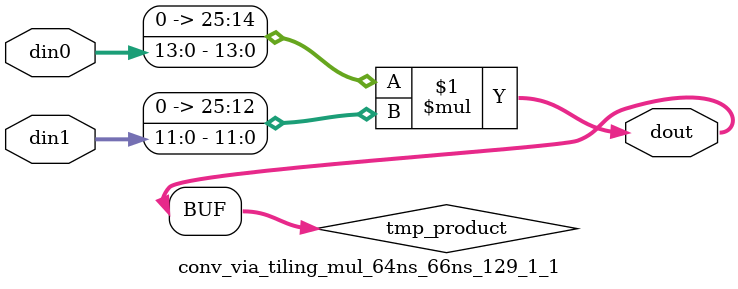
<source format=v>

`timescale 1 ns / 1 ps

 module conv_via_tiling_mul_64ns_66ns_129_1_1(din0, din1, dout);
parameter ID = 1;
parameter NUM_STAGE = 0;
parameter din0_WIDTH = 14;
parameter din1_WIDTH = 12;
parameter dout_WIDTH = 26;

input [din0_WIDTH - 1 : 0] din0; 
input [din1_WIDTH - 1 : 0] din1; 
output [dout_WIDTH - 1 : 0] dout;

wire signed [dout_WIDTH - 1 : 0] tmp_product;
























assign tmp_product = $signed({1'b0, din0}) * $signed({1'b0, din1});











assign dout = tmp_product;





















endmodule

</source>
